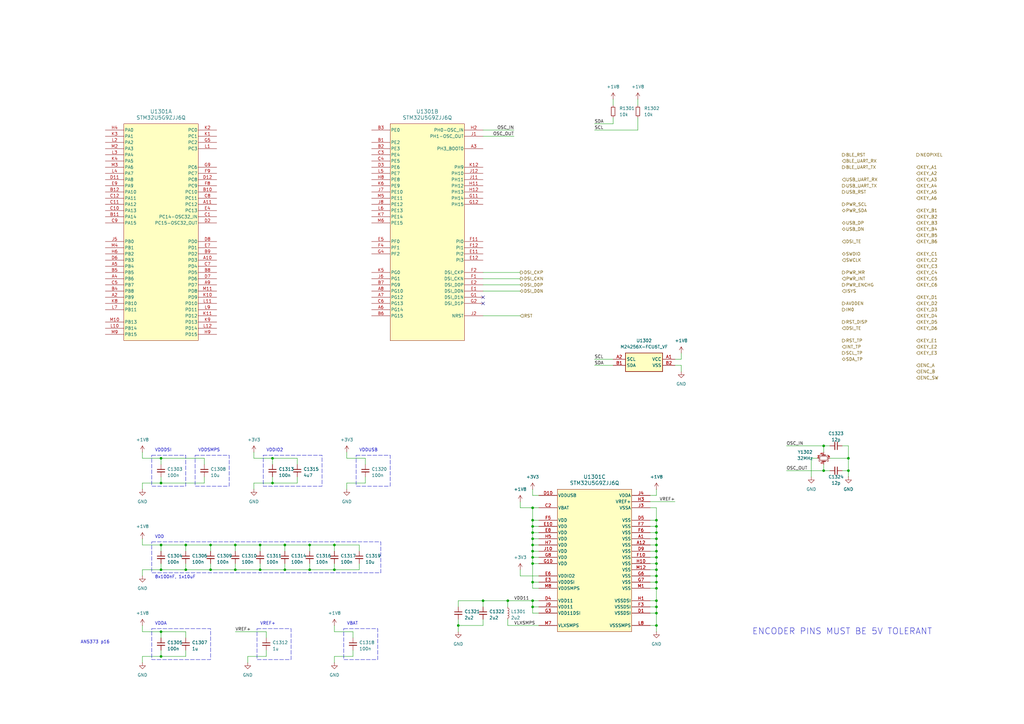
<source format=kicad_sch>
(kicad_sch (version 20231120) (generator "eeschema") (generator_version "8.0")
  (paper "A3")
  (lib_symbols
    (symbol "Device:C_Small" (pin_numbers hide) (pin_names (offset 0.254) hide)
      (property "Reference" "C" (at 0.254 1.778 0))
      (property "Value" "C_Small" (at 0.254 -2.032 0))
      (symbol "C_Small_0_1"
        (polyline (pts (xy -1.524 -0.508) (xy 1.524 -0.508)) (stroke (width 0.3302)))
        (polyline (pts (xy -1.524 0.508) (xy 1.524 0.508)) (stroke (width 0.3048)))
      )
      (symbol "C_Small_1_1"
        (pin passive line (at 0 2.54 270) (length 2.032) (name "~") (number "1"))
        (pin passive line (at 0 -2.54 90) (length 2.032) (name "~") (number "2"))
      )
    )
    (symbol "Device:Crystal_GND24_Small" (pin_names (offset 1.016) hide)
      (property "Reference" "Y" (at 1.27 4.445 0))
      (property "Value" "Crystal_GND24_Small" (at 1.27 2.54 0))
      (symbol "Crystal_GND24_Small_0_1"
        (rectangle (start -0.762 -1.524) (end 0.762 1.524))
        (polyline (pts (xy -1.27 -0.762) (xy -1.27 0.762)) (stroke (width 0.381)))
        (polyline (pts (xy 1.27 -0.762) (xy 1.27 0.762)) (stroke (width 0.381)))
        (polyline (pts (xy -1.27 -1.27) (xy -1.27 -1.905) (xy 1.27 -1.905) (xy 1.27 -1.27)))
        (polyline (pts (xy -1.27 1.27) (xy -1.27 1.905) (xy 1.27 1.905) (xy 1.27 1.27)))
      )
      (symbol "Crystal_GND24_Small_1_1"
        (pin passive line (at -2.54 0 0) (length 1.27) (name "1") (number "1"))
        (pin passive line (at 0 -2.54 90) (length 0.635) (name "2") (number "2"))
        (pin passive line (at 2.54 0 180) (length 1.27) (name "3") (number "3"))
        (pin passive line (at 0 2.54 270) (length 0.635) (name "4") (number "4"))
      )
    )
    (symbol "Device:L_Small" (pin_numbers hide) (pin_names (offset 0.254) hide)
      (property "Reference" "L" (at 0.762 1.016 0))
      (property "Value" "L_Small" (at 0.762 -1.016 0))
      (symbol "L_Small_0_1"
        (arc (start 0 -2.032) (mid 0.5058 -1.524) (end 0 -1.016))
        (arc (start 0 -1.016) (mid 0.5058 -0.508) (end 0 0))
        (arc (start 0 0) (mid 0.5058 0.508) (end 0 1.016))
        (arc (start 0 1.016) (mid 0.5058 1.524) (end 0 2.032))
      )
      (symbol "L_Small_1_1"
        (pin passive line (at 0 2.54 270) (length 0.508) (name "~") (number "1"))
        (pin passive line (at 0 -2.54 90) (length 0.508) (name "~") (number "2"))
      )
    )
    (symbol "Device:R_Small" (pin_numbers hide) (pin_names (offset 0.254) hide)
      (property "Reference" "R" (at 0.762 0.508 0))
      (property "Value" "R_Small" (at 0.762 -1.016 0))
      (symbol "R_Small_0_1"
        (rectangle (start -0.762 1.778) (end 0.762 -1.778) (stroke (width 0.2032)))
      )
      (symbol "R_Small_1_1"
        (pin passive line (at 0 2.54 270) (length 0.762) (name "~") (number "1"))
        (pin passive line (at 0 -2.54 90) (length 0.762) (name "~") (number "2"))
      )
    )
    (symbol "M24256X-FCU6T_VF:M24256X-FCU6T_VF"
      (property "Reference" "U" (at 0 7.62 0))
      (property "Value" "M24256X-FCU6T_VF" (at 0 5.08 0))
      (symbol "M24256X-FCU6T_VF_1_1"
        (rectangle (start -7.62 2.54) (end 7.62 -5.08) (stroke (width 0.254)) (fill (type background)))
        (pin passive line (at 12.7 0 180) (length 5.08) (name "VCC") (number "A1"))
        (pin passive line (at -12.7 0 0) (length 5.08) (name "SCL") (number "A2"))
        (pin passive line (at -12.7 -2.54 0) (length 5.08) (name "SDA") (number "B1"))
        (pin passive line (at 12.7 -2.54 180) (length 5.08) (name "VSS") (number "B2"))
      )
    )
    (symbol "STM32U5G9ZJJ6Q:STM32U5G9ZJJ6Q" (pin_names (offset 0.254))
      (property "Reference" "U" (at 0 5.08 0))
      (property "Value" "STM32U5G9ZJJ6Q" (at 0 2.54 0))
      (symbol "STM32U5G9ZJJ6Q_1_1"
        (rectangle (start -15.24 0) (end 15.24 -88.9) (fill (type background)))
        (pin bidirectional line (at 22.86 -55.88 180) (length 7.62) (name "PD3") (number "A10"))
        (pin bidirectional line (at 22.86 -33.02 180) (length 7.62) (name "PC12") (number "A11"))
        (pin bidirectional line (at -22.86 -71.12 0) (length 7.62) (name "PB9") (number "A2"))
        (pin bidirectional line (at -22.86 -63.5 0) (length 7.62) (name "PB6") (number "A4"))
        (pin bidirectional line (at -22.86 -58.42 0) (length 7.62) (name "PB4") (number "A5"))
        (pin bidirectional line (at 22.86 -66.04 180) (length 7.62) (name "PD7") (number "A9"))
        (pin bidirectional line (at 22.86 -27.94 180) (length 7.62) (name "PC10") (number "B10"))
        (pin bidirectional line (at -22.86 -38.1 0) (length 7.62) (name "PA14") (number "B11"))
        (pin bidirectional line (at -22.86 -27.94 0) (length 7.62) (name "PA10") (number "B12"))
        (pin bidirectional line (at -22.86 -68.58 0) (length 7.62) (name "PB8") (number "B4"))
        (pin bidirectional line (at -22.86 -60.96 0) (length 7.62) (name "PB5") (number "B5"))
        (pin bidirectional line (at 22.86 -60.96 180) (length 7.62) (name "PD5") (number "B8"))
        (pin bidirectional line (at 22.86 -53.34 180) (length 7.62) (name "PD2") (number "B9"))
        (pin bidirectional line (at 22.86 -38.1 180) (length 7.62) (name "PC14-OSC32_IN") (number "C1"))
        (pin bidirectional line (at -22.86 -35.56 0) (length 7.62) (name "PA13") (number "C10"))
        (pin bidirectional line (at -22.86 -33.02 0) (length 7.62) (name "PA12") (number "C11"))
        (pin bidirectional line (at -22.86 -30.48 0) (length 7.62) (name "PA11") (number "C12"))
        (pin bidirectional line (at -22.86 -66.04 0) (length 7.62) (name "PB7") (number "C5"))
        (pin bidirectional line (at 22.86 -58.42 180) (length 7.62) (name "PD4") (number "C7"))
        (pin bidirectional line (at 22.86 -30.48 180) (length 7.62) (name "PC11") (number "C8"))
        (pin bidirectional line (at -22.86 -40.64 0) (length 7.62) (name "PA15") (number "C9"))
        (pin bidirectional line (at -22.86 -22.86 0) (length 7.62) (name "PA8") (number "D11"))
        (pin bidirectional line (at 22.86 -22.86 180) (length 7.62) (name "PC8") (number "D12"))
        (pin output line (at 22.86 -40.64 180) (length 7.62) (name "PC15-OSC32_OUT") (number "D2"))
        (pin bidirectional line (at -22.86 -55.88 0) (length 7.62) (name "PB3") (number "D6"))
        (pin bidirectional line (at 22.86 -63.5 180) (length 7.62) (name "PD6") (number "D7"))
        (pin bidirectional line (at 22.86 -48.26 180) (length 7.62) (name "PD0") (number "D8"))
        (pin bidirectional line (at 22.86 -35.56 180) (length 7.62) (name "PC13") (number "E4"))
        (pin bidirectional line (at 22.86 -50.8 180) (length 7.62) (name "PD1") (number "E7"))
        (pin bidirectional line (at -22.86 -25.4 0) (length 7.62) (name "PA9") (number "E9"))
        (pin bidirectional line (at 22.86 -25.4 180) (length 7.62) (name "PC9") (number "F8"))
        (pin bidirectional line (at 22.86 -20.32 180) (length 7.62) (name "PC7") (number "F9"))
        (pin bidirectional line (at 22.86 -7.62 180) (length 7.62) (name "PC2") (number "G5"))
        (pin bidirectional line (at 22.86 -17.78 180) (length 7.62) (name "PC6") (number "G9"))
        (pin bidirectional line (at -22.86 -2.54 0) (length 7.62) (name "PA0") (number "H4"))
        (pin bidirectional line (at -22.86 -53.34 0) (length 7.62) (name "PB2") (number "H6"))
        (pin bidirectional line (at 22.86 -86.36 180) (length 7.62) (name "PD15") (number "H9"))
        (pin bidirectional line (at -22.86 -48.26 0) (length 7.62) (name "PB0") (number "J5"))
        (pin bidirectional line (at 22.86 -5.08 180) (length 7.62) (name "PC1") (number "K1"))
        (pin bidirectional line (at 22.86 -71.12 180) (length 7.62) (name "PD9") (number "K10"))
        (pin bidirectional line (at 22.86 -78.74 180) (length 7.62) (name "PD12") (number "K11"))
        (pin bidirectional line (at 22.86 -2.54 180) (length 7.62) (name "PC0") (number "K2"))
        (pin bidirectional line (at -22.86 -5.08 0) (length 7.62) (name "PA1") (number "K3"))
        (pin bidirectional line (at -22.86 -15.24 0) (length 7.62) (name "PA5") (number "K4"))
        (pin bidirectional line (at -22.86 -73.66 0) (length 7.62) (name "PB10") (number "K8"))
        (pin bidirectional line (at 22.86 -81.28 180) (length 7.62) (name "PD13") (number "K9"))
        (pin bidirectional line (at 22.86 -10.16 180) (length 7.62) (name "PC3") (number "L1"))
        (pin bidirectional line (at -22.86 -83.82 0) (length 7.62) (name "PB14") (number "L10"))
        (pin bidirectional line (at 22.86 -73.66 180) (length 7.62) (name "PD10") (number "L11"))
        (pin bidirectional line (at 22.86 -83.82 180) (length 7.62) (name "PD14") (number "L12"))
        (pin bidirectional line (at -22.86 -7.62 0) (length 7.62) (name "PA2") (number "L2"))
        (pin bidirectional line (at -22.86 -12.7 0) (length 7.62) (name "PA4") (number "L3"))
        (pin bidirectional line (at -22.86 -20.32 0) (length 7.62) (name "PA7") (number "L4"))
        (pin bidirectional line (at -22.86 -76.2 0) (length 7.62) (name "PB11") (number "L7"))
        (pin bidirectional line (at 22.86 -76.2 180) (length 7.62) (name "PD11") (number "L9"))
        (pin bidirectional line (at -22.86 -81.28 0) (length 7.62) (name "PB13") (number "M10"))
        (pin bidirectional line (at 22.86 -68.58 180) (length 7.62) (name "PD8") (number "M11"))
        (pin bidirectional line (at -22.86 -10.16 0) (length 7.62) (name "PA3") (number "M2"))
        (pin bidirectional line (at -22.86 -17.78 0) (length 7.62) (name "PA6") (number "M3"))
        (pin bidirectional line (at -22.86 -50.8 0) (length 7.62) (name "PB1") (number "M4"))
        (pin bidirectional line (at -22.86 -86.36 0) (length 7.62) (name "PB15") (number "M9"))
      )
      (symbol "STM32U5G9ZJJ6Q_2_1"
        (rectangle (start -15.24 0) (end 15.24 -88.9) (fill (type background)))
        (pin bidirectional line (at 22.86 -10.16 180) (length 7.62) (name "PH3_BOOT0") (number "A3"))
        (pin bidirectional line (at -22.86 -76.2 0) (length 7.62) (name "PG14") (number "A6"))
        (pin bidirectional line (at -22.86 -71.12 0) (length 7.62) (name "PG12") (number "A7"))
        (pin bidirectional line (at -22.86 -68.58 0) (length 7.62) (name "PG10") (number "A8"))
        (pin bidirectional line (at -22.86 -7.62 0) (length 7.62) (name "PE2") (number "B1"))
        (pin bidirectional line (at -22.86 -10.16 0) (length 7.62) (name "PE3") (number "B2"))
        (pin bidirectional line (at -22.86 -2.54 0) (length 7.62) (name "PE0") (number "B3"))
        (pin bidirectional line (at -22.86 -78.74 0) (length 7.62) (name "PG15") (number "B6"))
        (pin bidirectional line (at -22.86 -66.04 0) (length 7.62) (name "PG9") (number "B7"))
        (pin bidirectional line (at -22.86 -12.7 0) (length 7.62) (name "PE4") (number "C3"))
        (pin bidirectional line (at -22.86 -15.24 0) (length 7.62) (name "PE5") (number "C4"))
        (pin bidirectional line (at -22.86 -73.66 0) (length 7.62) (name "PG13") (number "C6"))
        (pin bidirectional line (at -22.86 -17.78 0) (length 7.62) (name "PE6") (number "D3"))
        (pin bidirectional line (at 22.86 -68.58 180) (length 7.62) (name "DSI_D0N") (number "E1"))
        (pin bidirectional line (at 22.86 -53.34 180) (length 7.62) (name "PI2") (number "E11"))
        (pin bidirectional line (at 22.86 -55.88 180) (length 7.62) (name "PI3") (number "E12"))
        (pin bidirectional line (at 22.86 -66.04 180) (length 7.62) (name "DSI_D0P") (number "E2"))
        (pin bidirectional line (at -22.86 -48.26 0) (length 7.62) (name "PF0") (number "E5"))
        (pin unspecified line (at 22.86 -63.5 180) (length 7.62) (name "DSI_CKN") (number "F1"))
        (pin bidirectional line (at 22.86 -48.26 180) (length 7.62) (name "PI0") (number "F11"))
        (pin bidirectional line (at 22.86 -50.8 180) (length 7.62) (name "PI1") (number "F12"))
        (pin unspecified line (at 22.86 -60.96 180) (length 7.62) (name "DSI_CKP") (number "F2"))
        (pin bidirectional line (at -22.86 -50.8 0) (length 7.62) (name "PF1") (number "F4"))
        (pin bidirectional line (at 22.86 -71.12 180) (length 7.62) (name "DSI_D1N") (number "G1"))
        (pin bidirectional line (at 22.86 -30.48 180) (length 7.62) (name "PH14") (number "G11"))
        (pin bidirectional line (at 22.86 -33.02 180) (length 7.62) (name "PH15") (number "G12"))
        (pin bidirectional line (at 22.86 -73.66 180) (length 7.62) (name "DSI_D1P") (number "G2"))
        (pin bidirectional line (at -22.86 -53.34 0) (length 7.62) (name "PF2") (number "G4"))
        (pin bidirectional line (at 22.86 -25.4 180) (length 7.62) (name "PH12") (number "H11"))
        (pin bidirectional line (at 22.86 -27.94 180) (length 7.62) (name "PH13") (number "H12"))
        (pin bidirectional line (at 22.86 -2.54 180) (length 7.62) (name "PH0-OSC_IN") (number "H2"))
        (pin bidirectional line (at -22.86 -22.86 0) (length 7.62) (name "PE8") (number "H8"))
        (pin output line (at 22.86 -5.08 180) (length 7.62) (name "PH1-OSC_OUT") (number "J1"))
        (pin bidirectional line (at 22.86 -22.86 180) (length 7.62) (name "PH11") (number "J11"))
        (pin bidirectional line (at 22.86 -20.32 180) (length 7.62) (name "PH10") (number "J12"))
        (pin unspecified line (at 22.86 -78.74 180) (length 7.62) (name "NRST") (number "J2"))
        (pin bidirectional line (at -22.86 -63.5 0) (length 7.62) (name "PG1") (number "J6"))
        (pin bidirectional line (at -22.86 -27.94 0) (length 7.62) (name "PE10") (number "J7"))
        (pin bidirectional line (at -22.86 -33.02 0) (length 7.62) (name "PE12") (number "J8"))
        (pin bidirectional line (at 22.86 -17.78 180) (length 7.62) (name "PH9") (number "K12"))
        (pin bidirectional line (at -22.86 -60.96 0) (length 7.62) (name "PG0") (number "K5"))
        (pin bidirectional line (at -22.86 -25.4 0) (length 7.62) (name "PE9") (number "K6"))
        (pin bidirectional line (at -22.86 -38.1 0) (length 7.62) (name "PE14") (number "K7"))
        (pin bidirectional line (at -22.86 -20.32 0) (length 7.62) (name "PE7") (number "L5"))
        (pin bidirectional line (at -22.86 -35.56 0) (length 7.62) (name "PE13") (number "L6"))
        (pin bidirectional line (at -22.86 -30.48 0) (length 7.62) (name "PE11") (number "M5"))
        (pin bidirectional line (at -22.86 -40.64 0) (length 7.62) (name "PE15") (number "M6"))
      )
      (symbol "STM32U5G9ZJJ6Q_3_1"
        (rectangle (start -15.24 0) (end 15.24 -58.42) (fill (type background)))
        (pin power_out line (at 22.86 -20.32 180) (length 7.62) (name "VSS") (number "A1"))
        (pin power_out line (at 22.86 -22.86 180) (length 7.62) (name "VSS") (number "A12"))
        (pin power_in line (at -22.86 -7.62 0) (length 7.62) (name "VBAT") (number "C2"))
        (pin power_out line (at 22.86 -50.8 180) (length 7.62) (name "VSSDSI") (number "D1"))
        (pin power_in line (at -22.86 -2.54 0) (length 7.62) (name "VDDUSB") (number "D10"))
        (pin power_in line (at -22.86 -45.72 0) (length 7.62) (name "VDD11") (number "D4"))
        (pin power_out line (at 22.86 -12.7 180) (length 7.62) (name "VSS") (number "D5"))
        (pin power_out line (at 22.86 -25.4 180) (length 7.62) (name "VSS") (number "D9"))
        (pin power_in line (at -22.86 -15.24 0) (length 7.62) (name "VDD") (number "E10"))
        (pin power_in line (at -22.86 -38.1 0) (length 7.62) (name "VDDDSI") (number "E3"))
        (pin power_in line (at -22.86 -35.56 0) (length 7.62) (name "VDDIO2") (number "E6"))
        (pin power_in line (at -22.86 -17.78 0) (length 7.62) (name "VDD") (number "E8"))
        (pin power_out line (at 22.86 -27.94 180) (length 7.62) (name "VSS") (number "F10"))
        (pin power_out line (at 22.86 -48.26 180) (length 7.62) (name "VSSDSI") (number "F3"))
        (pin power_in line (at -22.86 -12.7 0) (length 7.62) (name "VDD") (number "F5"))
        (pin power_out line (at 22.86 -17.78 180) (length 7.62) (name "VSS") (number "F6"))
        (pin power_out line (at 22.86 -15.24 180) (length 7.62) (name "VSS") (number "F7"))
        (pin power_in line (at -22.86 -30.48 0) (length 7.62) (name "VDD") (number "G10"))
        (pin power_in line (at -22.86 -50.8 0) (length 7.62) (name "VDD11DSI") (number "G3"))
        (pin power_out line (at 22.86 -35.56 180) (length 7.62) (name "VSS") (number "G6"))
        (pin power_out line (at 22.86 -38.1 180) (length 7.62) (name "VSS") (number "G7"))
        (pin power_in line (at -22.86 -27.94 0) (length 7.62) (name "VDD") (number "G8"))
        (pin power_out line (at 22.86 -45.72 180) (length 7.62) (name "VSSDSI") (number "H1"))
        (pin power_out line (at 22.86 -30.48 180) (length 7.62) (name "VSS") (number "H10"))
        (pin power_in line (at 22.86 -5.08 180) (length 7.62) (name "VREF+") (number "H3"))
        (pin power_in line (at -22.86 -20.32 0) (length 7.62) (name "VDD") (number "H5"))
        (pin power_in line (at -22.86 -22.86 0) (length 7.62) (name "VDD") (number "H7"))
        (pin power_in line (at -22.86 -25.4 0) (length 7.62) (name "VDD") (number "J10"))
        (pin power_out line (at 22.86 -7.62 180) (length 7.62) (name "VSSA") (number "J3"))
        (pin power_in line (at 22.86 -2.54 180) (length 7.62) (name "VDDA") (number "J4"))
        (pin power_in line (at -22.86 -48.26 0) (length 7.62) (name "VDD11") (number "J9"))
        (pin power_out line (at 22.86 -55.88 180) (length 7.62) (name "VSSSMPS") (number "L8"))
        (pin power_out line (at 22.86 -40.64 180) (length 7.62) (name "VSS") (number "M1"))
        (pin power_out line (at 22.86 -33.02 180) (length 7.62) (name "VSS") (number "M12"))
        (pin unspecified line (at -22.86 -55.88 0) (length 7.62) (name "VLXSMPS") (number "M7"))
        (pin power_in line (at -22.86 -40.64 0) (length 7.62) (name "VDDSMPS") (number "M8"))
      )
    )
    (symbol "power:+1V8" (power) (pin_numbers hide) (pin_names (offset 0) hide)
      (property "Value" "+1V8" (at 0 3.556 0))
      (symbol "+1V8_0_1"
        (polyline (pts (xy -0.762 1.27) (xy 0 2.54)))
        (polyline (pts (xy 0 0) (xy 0 2.54)))
        (polyline (pts (xy 0 2.54) (xy 0.762 1.27)))
      )
      (symbol "+1V8_1_1"
        (pin power_in line (at 0 0 90) (length 0) (name "~") (number "1"))
      )
    )
    (symbol "power:+3V3" (power) (pin_numbers hide) (pin_names (offset 0) hide)
      (property "Value" "+3V3" (at 0 3.556 0))
      (symbol "+3V3_0_1"
        (polyline (pts (xy -0.762 1.27) (xy 0 2.54)))
        (polyline (pts (xy 0 0) (xy 0 2.54)))
        (polyline (pts (xy 0 2.54) (xy 0.762 1.27)))
      )
      (symbol "+3V3_1_1"
        (pin power_in line (at 0 0 90) (length 0) (name "~") (number "1"))
      )
    )
    (symbol "power:GND" (power) (pin_numbers hide) (pin_names (offset 0) hide)
      (property "Value" "GND" (at 0 -3.81 0))
      (symbol "GND_0_1"
        (polyline (pts (xy 0 0) (xy 0 -1.27) (xy 1.27 -1.27) (xy 0 -2.54) (xy -1.27 -1.27) (xy 0 -1.27)))
      )
      (symbol "GND_1_1"
        (pin power_in line (at 0 0 270) (length 0) (name "~") (number "1"))
      )
    )
  )
  (junction (at 96.52 233.68))
  (junction (at 76.2 223.52))
  (junction (at 269.24 218.44))
  (junction (at 347.98 193.04))
  (junction (at 127 233.68))
  (junction (at 347.98 187.96))
  (junction (at 66.04 269.24))
  (junction (at 116.84 233.68))
  (junction (at 127 223.52))
  (junction (at 218.44 223.52))
  (junction (at 269.24 226.06))
  (junction (at 269.24 213.36))
  (junction (at 116.84 223.52))
  (junction (at 269.24 238.76))
  (junction (at 86.36 233.68))
  (junction (at 111.76 187.96))
  (junction (at 269.24 246.38))
  (junction (at 218.44 228.6))
  (junction (at 66.04 233.68))
  (junction (at 269.24 236.22))
  (junction (at 269.24 233.68))
  (junction (at 269.24 215.9))
  (junction (at 66.04 259.08))
  (junction (at 106.68 223.52))
  (junction (at 218.44 238.76))
  (junction (at 218.44 208.28))
  (junction (at 187.96 256.54))
  (junction (at 198.12 246.38))
  (junction (at 269.24 251.46))
  (junction (at 208.28 246.38))
  (junction (at 66.04 223.52))
  (junction (at 86.36 223.52))
  (junction (at 218.44 248.92))
  (junction (at 66.04 198.12))
  (junction (at 269.24 228.6))
  (junction (at 111.76 198.12))
  (junction (at 218.44 220.98))
  (junction (at 66.04 187.96))
  (junction (at 269.24 220.98))
  (junction (at 218.44 226.06))
  (junction (at 218.44 218.44))
  (junction (at 137.16 223.52))
  (junction (at 106.68 233.68))
  (junction (at 76.2 233.68))
  (junction (at 218.44 215.9))
  (junction (at 337.82 193.04))
  (junction (at 218.44 213.36))
  (junction (at 269.24 241.3))
  (junction (at 337.82 182.88))
  (junction (at 269.24 231.14))
  (junction (at 269.24 223.52))
  (junction (at 269.24 256.54))
  (junction (at 137.16 233.68))
  (junction (at 218.44 246.38))
  (junction (at 218.44 231.14))
  (junction (at 269.24 248.92))
  (junction (at 96.52 223.52))
  (no_connect (at 198.12 121.92))
  (no_connect (at 198.12 124.46))
  (wire (pts (xy 218.44 246.38) (xy 218.44 248.92)))
  (wire (pts (xy 66.04 198.12) (xy 66.04 195.58)))
  (wire (pts (xy 218.44 231.14) (xy 220.98 231.14)))
  (wire (pts (xy 220.98 241.3) (xy 218.44 241.3)))
  (wire (pts (xy 147.32 233.68) (xy 147.32 231.14)))
  (wire (pts (xy 76.2 233.68) (xy 76.2 231.14)))
  (wire (pts (xy 58.42 233.68) (xy 66.04 233.68)))
  (wire (pts (xy 218.44 248.92) (xy 218.44 251.46)))
  (wire (pts (xy 106.68 223.52) (xy 116.84 223.52)))
  (wire (pts (xy 66.04 187.96) (xy 66.04 190.5)))
  (wire (pts (xy 269.24 259.08) (xy 269.24 256.54)))
  (wire (pts (xy 144.78 261.62) (xy 144.78 259.08)))
  (wire (pts (xy 187.96 248.92) (xy 187.96 246.38)))
  (wire (pts (xy 137.16 259.08) (xy 144.78 259.08)))
  (wire (pts (xy 218.44 208.28) (xy 218.44 213.36)))
  (wire (pts (xy 116.84 233.68) (xy 116.84 231.14)))
  (wire (pts (xy 137.16 233.68) (xy 137.16 231.14)))
  (wire (pts (xy 261.62 53.34) (xy 261.62 48.26)))
  (wire (pts (xy 213.36 233.68) (xy 213.36 236.22)))
  (wire (pts (xy 218.44 226.06) (xy 220.98 226.06)))
  (wire (pts (xy 269.24 238.76) (xy 266.7 238.76)))
  (wire (pts (xy 83.82 195.58) (xy 83.82 198.12)))
  (wire (pts (xy 137.16 223.52) (xy 137.16 226.06)))
  (wire (pts (xy 213.36 114.3) (xy 198.12 114.3)))
  (wire (pts (xy 269.24 213.36) (xy 266.7 213.36)))
  (wire (pts (xy 337.82 182.88) (xy 340.36 182.88)))
  (wire (pts (xy 66.04 223.52) (xy 66.04 226.06)))
  (wire (pts (xy 269.24 223.52) (xy 266.7 223.52)))
  (wire (pts (xy 322.58 182.88) (xy 337.82 182.88)))
  (wire (pts (xy 76.2 266.7) (xy 76.2 269.24)))
  (wire (pts (xy 144.78 266.7) (xy 144.78 269.24)))
  (wire (pts (xy 208.28 246.38) (xy 218.44 246.38)))
  (wire (pts (xy 101.6 271.78) (xy 101.6 269.24)))
  (wire (pts (xy 213.36 236.22) (xy 220.98 236.22)))
  (wire (pts (xy 104.14 185.42) (xy 104.14 187.96)))
  (wire (pts (xy 218.44 215.9) (xy 220.98 215.9)))
  (wire (pts (xy 269.24 218.44) (xy 266.7 218.44)))
  (wire (pts (xy 337.82 185.42) (xy 337.82 182.88)))
  (wire (pts (xy 106.68 223.52) (xy 106.68 226.06)))
  (wire (pts (xy 66.04 259.08) (xy 66.04 261.62)))
  (wire (pts (xy 137.16 269.24) (xy 144.78 269.24)))
  (wire (pts (xy 187.96 256.54) (xy 187.96 259.08)))
  (wire (pts (xy 86.36 233.68) (xy 86.36 231.14)))
  (wire (pts (xy 127 223.52) (xy 137.16 223.52)))
  (wire (pts (xy 269.24 236.22) (xy 266.7 236.22)))
  (wire (pts (xy 269.24 213.36) (xy 269.24 215.9)))
  (wire (pts (xy 269.24 226.06) (xy 269.24 228.6)))
  (wire (pts (xy 218.44 213.36) (xy 218.44 215.9)))
  (wire (pts (xy 104.14 187.96) (xy 111.76 187.96)))
  (wire (pts (xy 58.42 223.52) (xy 66.04 223.52)))
  (wire (pts (xy 218.44 251.46) (xy 220.98 251.46)))
  (wire (pts (xy 149.86 190.5) (xy 149.86 187.96)))
  (wire (pts (xy 142.24 200.66) (xy 142.24 198.12)))
  (wire (pts (xy 279.4 144.78) (xy 279.4 147.32)))
  (wire (pts (xy 269.24 200.66) (xy 269.24 203.2)))
  (wire (pts (xy 106.68 233.68) (xy 106.68 231.14)))
  (wire (pts (xy 269.24 248.92) (xy 266.7 248.92)))
  (wire (pts (xy 111.76 187.96) (xy 111.76 190.5)))
  (wire (pts (xy 251.46 40.64) (xy 251.46 43.18)))
  (wire (pts (xy 218.44 228.6) (xy 220.98 228.6)))
  (wire (pts (xy 66.04 223.52) (xy 76.2 223.52)))
  (wire (pts (xy 58.42 269.24) (xy 66.04 269.24)))
  (wire (pts (xy 104.14 200.66) (xy 104.14 198.12)))
  (wire (pts (xy 269.24 236.22) (xy 269.24 238.76)))
  (wire (pts (xy 269.24 231.14) (xy 269.24 233.68)))
  (wire (pts (xy 213.36 205.74) (xy 213.36 208.28)))
  (wire (pts (xy 269.24 223.52) (xy 269.24 226.06)))
  (wire (pts (xy 147.32 223.52) (xy 147.32 226.06)))
  (wire (pts (xy 243.84 50.8) (xy 251.46 50.8)))
  (wire (pts (xy 101.6 269.24) (xy 109.22 269.24)))
  (wire (pts (xy 187.96 254) (xy 187.96 256.54)))
  (wire (pts (xy 269.24 246.38) (xy 266.7 246.38)))
  (wire (pts (xy 96.52 223.52) (xy 96.52 226.06)))
  (wire (pts (xy 106.68 233.68) (xy 116.84 233.68)))
  (wire (pts (xy 213.36 111.76) (xy 198.12 111.76)))
  (wire (pts (xy 86.36 223.52) (xy 86.36 226.06)))
  (wire (pts (xy 96.52 233.68) (xy 106.68 233.68)))
  (wire (pts (xy 66.04 269.24) (xy 76.2 269.24)))
  (wire (pts (xy 337.82 190.5) (xy 337.82 193.04)))
  (wire (pts (xy 218.44 228.6) (xy 218.44 231.14)))
  (wire (pts (xy 218.44 215.9) (xy 218.44 218.44)))
  (wire (pts (xy 269.24 256.54) (xy 266.7 256.54)))
  (wire (pts (xy 121.92 195.58) (xy 121.92 198.12)))
  (wire (pts (xy 218.44 223.52) (xy 220.98 223.52)))
  (wire (pts (xy 58.42 259.08) (xy 66.04 259.08)))
  (wire (pts (xy 269.24 241.3) (xy 266.7 241.3)))
  (wire (pts (xy 127 223.52) (xy 127 226.06)))
  (wire (pts (xy 96.52 233.68) (xy 96.52 231.14)))
  (wire (pts (xy 269.24 228.6) (xy 269.24 231.14)))
  (wire (pts (xy 187.96 246.38) (xy 198.12 246.38)))
  (wire (pts (xy 269.24 241.3) (xy 269.24 246.38)))
  (wire (pts (xy 66.04 269.24) (xy 66.04 266.7)))
  (wire (pts (xy 208.28 248.92) (xy 208.28 246.38)))
  (wire (pts (xy 76.2 223.52) (xy 76.2 226.06)))
  (wire (pts (xy 86.36 223.52) (xy 96.52 223.52)))
  (wire (pts (xy 269.24 215.9) (xy 269.24 218.44)))
  (wire (pts (xy 269.24 233.68) (xy 269.24 236.22)))
  (wire (pts (xy 198.12 55.88) (xy 210.82 55.88)))
  (wire (pts (xy 218.44 226.06) (xy 218.44 228.6)))
  (wire (pts (xy 58.42 271.78) (xy 58.42 269.24)))
  (wire (pts (xy 332.74 187.96) (xy 335.28 187.96)))
  (wire (pts (xy 86.36 233.68) (xy 96.52 233.68)))
  (wire (pts (xy 347.98 182.88) (xy 345.44 182.88)))
  (wire (pts (xy 198.12 246.38) (xy 198.12 248.92)))
  (wire (pts (xy 142.24 185.42) (xy 142.24 187.96)))
  (wire (pts (xy 269.24 226.06) (xy 266.7 226.06)))
  (wire (pts (xy 347.98 182.88) (xy 347.98 187.96)))
  (wire (pts (xy 347.98 187.96) (xy 347.98 193.04)))
  (wire (pts (xy 243.84 53.34) (xy 261.62 53.34)))
  (wire (pts (xy 83.82 190.5) (xy 83.82 187.96)))
  (wire (pts (xy 218.44 248.92) (xy 220.98 248.92)))
  (wire (pts (xy 218.44 218.44) (xy 220.98 218.44)))
  (wire (pts (xy 218.44 213.36) (xy 220.98 213.36)))
  (wire (pts (xy 269.24 218.44) (xy 269.24 220.98)))
  (wire (pts (xy 142.24 187.96) (xy 149.86 187.96)))
  (wire (pts (xy 111.76 195.58) (xy 111.76 198.12)))
  (wire (pts (xy 58.42 200.66) (xy 58.42 198.12)))
  (wire (pts (xy 269.24 215.9) (xy 266.7 215.9)))
  (wire (pts (xy 198.12 53.34) (xy 210.82 53.34)))
  (wire (pts (xy 218.44 231.14) (xy 218.44 238.76)))
  (wire (pts (xy 58.42 223.52) (xy 58.42 220.98)))
  (wire (pts (xy 269.24 231.14) (xy 266.7 231.14)))
  (wire (pts (xy 58.42 198.12) (xy 66.04 198.12)))
  (wire (pts (xy 269.24 208.28) (xy 269.24 213.36)))
  (wire (pts (xy 218.44 220.98) (xy 220.98 220.98)))
  (wire (pts (xy 127 233.68) (xy 137.16 233.68)))
  (wire (pts (xy 198.12 246.38) (xy 208.28 246.38)))
  (wire (pts (xy 218.44 208.28) (xy 220.98 208.28)))
  (wire (pts (xy 251.46 50.8) (xy 251.46 48.26)))
  (wire (pts (xy 58.42 187.96) (xy 66.04 187.96)))
  (wire (pts (xy 208.28 254) (xy 208.28 256.54)))
  (wire (pts (xy 243.84 147.32) (xy 251.46 147.32)))
  (wire (pts (xy 76.2 233.68) (xy 86.36 233.68)))
  (wire (pts (xy 137.16 233.68) (xy 147.32 233.68)))
  (wire (pts (xy 340.36 193.04) (xy 337.82 193.04)))
  (wire (pts (xy 261.62 40.64) (xy 261.62 43.18)))
  (wire (pts (xy 279.4 149.86) (xy 279.4 152.4)))
  (wire (pts (xy 213.36 116.84) (xy 198.12 116.84)))
  (wire (pts (xy 198.12 254) (xy 198.12 256.54)))
  (wire (pts (xy 96.52 223.52) (xy 106.68 223.52)))
  (wire (pts (xy 220.98 246.38) (xy 218.44 246.38)))
  (wire (pts (xy 269.24 220.98) (xy 269.24 223.52)))
  (wire (pts (xy 269.24 251.46) (xy 269.24 256.54)))
  (wire (pts (xy 58.42 185.42) (xy 58.42 187.96)))
  (wire (pts (xy 142.24 198.12) (xy 149.86 198.12)))
  (wire (pts (xy 137.16 223.52) (xy 147.32 223.52)))
  (wire (pts (xy 96.52 259.08) (xy 109.22 259.08)))
  (wire (pts (xy 104.14 198.12) (xy 111.76 198.12)))
  (wire (pts (xy 269.24 203.2) (xy 266.7 203.2)))
  (wire (pts (xy 340.36 187.96) (xy 347.98 187.96)))
  (wire (pts (xy 276.86 147.32) (xy 279.4 147.32)))
  (wire (pts (xy 276.86 205.74) (xy 266.7 205.74)))
  (wire (pts (xy 347.98 193.04) (xy 347.98 195.58)))
  (wire (pts (xy 218.44 223.52) (xy 218.44 226.06)))
  (wire (pts (xy 322.58 193.04) (xy 337.82 193.04)))
  (wire (pts (xy 116.84 223.52) (xy 116.84 226.06)))
  (wire (pts (xy 149.86 195.58) (xy 149.86 198.12)))
  (wire (pts (xy 345.44 193.04) (xy 347.98 193.04)))
  (wire (pts (xy 83.82 198.12) (xy 66.04 198.12)))
  (wire (pts (xy 269.24 228.6) (xy 266.7 228.6)))
  (wire (pts (xy 243.84 149.86) (xy 251.46 149.86)))
  (wire (pts (xy 109.22 261.62) (xy 109.22 259.08)))
  (wire (pts (xy 269.24 248.92) (xy 269.24 251.46)))
  (wire (pts (xy 218.44 200.66) (xy 218.44 203.2)))
  (wire (pts (xy 137.16 271.78) (xy 137.16 269.24)))
  (wire (pts (xy 121.92 187.96) (xy 121.92 190.5)))
  (wire (pts (xy 66.04 259.08) (xy 76.2 259.08)))
  (wire (pts (xy 218.44 220.98) (xy 218.44 223.52)))
  (wire (pts (xy 276.86 149.86) (xy 279.4 149.86)))
  (wire (pts (xy 269.24 238.76) (xy 269.24 241.3)))
  (wire (pts (xy 127 233.68) (xy 127 231.14)))
  (wire (pts (xy 116.84 233.68) (xy 127 233.68)))
  (wire (pts (xy 116.84 223.52) (xy 127 223.52)))
  (wire (pts (xy 66.04 233.68) (xy 76.2 233.68)))
  (wire (pts (xy 213.36 119.38) (xy 198.12 119.38)))
  (wire (pts (xy 58.42 256.54) (xy 58.42 259.08)))
  (wire (pts (xy 76.2 223.52) (xy 86.36 223.52)))
  (wire (pts (xy 269.24 220.98) (xy 266.7 220.98)))
  (wire (pts (xy 66.04 187.96) (xy 83.82 187.96)))
  (wire (pts (xy 213.36 208.28) (xy 218.44 208.28)))
  (wire (pts (xy 218.44 238.76) (xy 218.44 241.3)))
  (wire (pts (xy 269.24 246.38) (xy 269.24 248.92)))
  (wire (pts (xy 218.44 203.2) (xy 220.98 203.2)))
  (wire (pts (xy 109.22 266.7) (xy 109.22 269.24)))
  (wire (pts (xy 121.92 198.12) (xy 111.76 198.12)))
  (wire (pts (xy 198.12 129.54) (xy 213.36 129.54)))
  (wire (pts (xy 332.74 187.96) (xy 332.74 195.58)))
  (wire (pts (xy 76.2 259.08) (xy 76.2 261.62)))
  (wire (pts (xy 269.24 208.28) (xy 266.7 208.28)))
  (wire (pts (xy 58.42 236.22) (xy 58.42 233.68)))
  (wire (pts (xy 66.04 233.68) (xy 66.04 231.14)))
  (wire (pts (xy 269.24 233.68) (xy 266.7 233.68)))
  (wire (pts (xy 218.44 238.76) (xy 220.98 238.76)))
  (wire (pts (xy 269.24 251.46) (xy 266.7 251.46)))
  (wire (pts (xy 111.76 187.96) (xy 121.92 187.96)))
  (wire (pts (xy 137.16 256.54) (xy 137.16 259.08)))
  (wire (pts (xy 198.12 256.54) (xy 187.96 256.54)))
  (wire (pts (xy 218.44 218.44) (xy 218.44 220.98)))
  (wire (pts (xy 208.28 256.54) (xy 220.98 256.54)))
  (rectangle (start 62.23 257.81) (end 86.36 270.51) (stroke (width 0) (type dash)))
  (rectangle (start 62.23 222.25) (end 156.21 234.95) (stroke (width 0) (type dash)))
  (rectangle (start 80.01 186.69) (end 93.98 199.39) (stroke (width 0) (type dash)))
  (rectangle (start 107.95 186.69) (end 132.08 199.39) (stroke (width 0) (type dash)))
  (rectangle (start 105.41 257.81) (end 119.38 270.51) (stroke (width 0) (type dash)))
  (rectangle (start 146.05 186.69) (end 160.02 199.39) (stroke (width 0) (type dash)))
  (rectangle (start 140.97 257.81) (end 154.94 270.51) (stroke (width 0) (type dash)))
  (rectangle (start 62.23 186.69) (end 76.2 199.39) (stroke (width 0) (type dash)))
  (text "VDDDSI" (at 63.5 185.42 0) (effects (font (size 1.27 1.27)) (justify left bottom)))
  (text "ENCODER PINS MUST BE 5V TOLERANT" (at 345.44 259.08 0) (effects (font (size 2.54 2.54))))
  (text "8x100nF, 1x10uF" (at 63.5 237.49 0) (effects (font (size 1.27 1.27)) (justify left bottom)))
  (text "VREF+" (at 106.68 256.54 0) (effects (font (size 1.27 1.27)) (justify left bottom)))
  (text "VDDUSB" (at 147.32 185.42 0) (effects (font (size 1.27 1.27)) (justify left bottom)))
  (text "VBAT" (at 142.24 256.54 0) (effects (font (size 1.27 1.27)) (justify left bottom)))
  (text "VDDA" (at 63.5 256.54 0) (effects (font (size 1.27 1.27)) (justify left bottom)))
  (text "VDD" (at 63.5 220.98 0) (effects (font (size 1.27 1.27)) (justify left bottom)))
  (text "AN5373 p16" (at 33.02 264.16 0) (effects (font (size 1.27 1.27)) (justify left bottom)))
  (text "VDDIO2" (at 109.22 185.42 0) (effects (font (size 1.27 1.27)) (justify left bottom)))
  (text "VDDSMPS" (at 81.28 185.42 0) (effects (font (size 1.27 1.27)) (justify left bottom)))
  (label "SDA" (at 243.84 149.86 0))
  (label "OSC_IN" (at 210.82 53.34 180))
  (label "OSC_OUT" (at 210.82 55.88 180))
  (label "SDA" (at 243.84 50.8 0))
  (label "VREF+" (at 96.52 259.08 0))
  (label "OSC_OUT" (at 322.58 193.04 0))
  (label "SCL" (at 243.84 147.32 0))
  (label "OSC_IN" (at 322.58 182.88 0))
  (label "VLXSMPS" (at 210.82 256.54 0))
  (label "VDD11" (at 210.82 246.38 0))
  (label "VREF+" (at 276.86 205.74 180))
  (label "SCL" (at 243.84 53.34 0))
  (hierarchical_label "KEY_E3" (shape input) (at 375.92 144.78 0))
  (hierarchical_label "KEY_B2" (shape input) (at 375.92 88.9 0))
  (hierarchical_label "PWR_SDA" (shape bidirectional) (at 345.44 86.36 0))
  (hierarchical_label "DSI_D0N" (shape bidirectional) (at 213.36 119.38 0))
  (hierarchical_label "ENC_A" (shape input) (at 375.92 149.86 0))
  (hierarchical_label "SWCLK" (shape input) (at 345.44 106.68 0))
  (hierarchical_label "KEY_D2" (shape input) (at 375.92 124.46 0))
  (hierarchical_label "DSI_D0P" (shape bidirectional) (at 213.36 116.84 0))
  (hierarchical_label "KEY_A4" (shape input) (at 375.92 76.2 0))
  (hierarchical_label "KEY_D6" (shape input) (at 375.92 134.62 0))
  (hierarchical_label "KEY_B1" (shape input) (at 375.92 86.36 0))
  (hierarchical_label "BLE_UART_TX" (shape output) (at 345.44 68.58 0))
  (hierarchical_label "BLE_UART_RX" (shape input) (at 345.44 66.04 0))
  (hierarchical_label "KEY_D4" (shape input) (at 375.92 129.54 0))
  (hierarchical_label "KEY_E2" (shape input) (at 375.92 142.24 0))
  (hierarchical_label "USB_DP" (shape bidirectional) (at 345.44 91.44 0))
  (hierarchical_label "KEY_A6" (shape input) (at 375.92 81.28 0))
  (hierarchical_label "KEY_D3" (shape input) (at 375.92 127 0))
  (hierarchical_label "ENC_B" (shape input) (at 375.92 152.4 0))
  (hierarchical_label "KEY_B5" (shape input) (at 375.92 96.52 0))
  (hierarchical_label "KEY_C1" (shape input) (at 375.92 104.14 0))
  (hierarchical_label "RST_TP" (shape output) (at 345.44 139.7 0))
  (hierarchical_label "USB_RST" (shape output) (at 345.44 78.74 0))
  (hierarchical_label "KEY_B4" (shape input) (at 375.92 93.98 0))
  (hierarchical_label "KEY_A2" (shape input) (at 375.92 71.12 0))
  (hierarchical_label "SWDIO" (shape bidirectional) (at 345.44 104.14 0))
  (hierarchical_label "DSI_TE" (shape input) (at 345.44 99.06 0))
  (hierarchical_label "DSI_CKP" (shape output) (at 213.36 111.76 0))
  (hierarchical_label "INT_TP" (shape input) (at 345.44 142.24 0))
  (hierarchical_label "PWR_SCL" (shape output) (at 345.44 83.82 0))
  (hierarchical_label "PWR_MR" (shape output) (at 345.44 111.76 0))
  (hierarchical_label "KEY_C6" (shape input) (at 375.92 116.84 0))
  (hierarchical_label "KEY_C2" (shape input) (at 375.92 106.68 0))
  (hierarchical_label "PWR_INT" (shape input) (at 345.44 114.3 0))
  (hierarchical_label "ENC_SW" (shape input) (at 375.92 154.94 0))
  (hierarchical_label "KEY_B6" (shape input) (at 375.92 99.06 0))
  (hierarchical_label "KEY_A5" (shape input) (at 375.92 78.74 0))
  (hierarchical_label "KEY_A3" (shape input) (at 375.92 73.66 0))
  (hierarchical_label "KEY_E1" (shape input) (at 375.92 139.7 0))
  (hierarchical_label "SDA_TP" (shape bidirectional) (at 345.44 147.32 0))
  (hierarchical_label "KEY_A1" (shape input) (at 375.92 68.58 0))
  (hierarchical_label "PWR_ENCHG" (shape output) (at 345.44 116.84 0))
  (hierarchical_label "RST_DISP" (shape output) (at 345.44 132.08 0))
  (hierarchical_label "NEOPIXEL" (shape output) (at 375.92 63.5 0))
  (hierarchical_label "KEY_C3" (shape input) (at 375.92 109.22 0))
  (hierarchical_label "USB_DN" (shape bidirectional) (at 345.44 93.98 0))
  (hierarchical_label "IM0" (shape output) (at 345.44 127 0))
  (hierarchical_label "ISYS" (shape input) (at 345.44 119.38 0))
  (hierarchical_label "RST" (shape input) (at 213.36 129.54 0))
  (hierarchical_label "USB_UART_TX" (shape output) (at 345.44 76.2 0))
  (hierarchical_label "USB_UART_RX" (shape input) (at 345.44 73.66 0))
  (hierarchical_label "SCL_TP" (shape output) (at 345.44 144.78 0))
  (hierarchical_label "KEY_D1" (shape input) (at 375.92 121.92 0))
  (hierarchical_label "KEY_C5" (shape input) (at 375.92 114.3 0))
  (hierarchical_label "KEY_C4" (shape input) (at 375.92 111.76 0))
  (hierarchical_label "AVDDEN" (shape output) (at 345.44 124.46 0))
  (hierarchical_label "BLE_RST" (shape output) (at 345.44 63.5 0))
  (hierarchical_label "DSI_TE" (shape input) (at 345.44 134.62 0))
  (hierarchical_label "KEY_B3" (shape input) (at 375.92 91.44 0))
  (hierarchical_label "KEY_D5" (shape input) (at 375.92 132.08 0))
  (hierarchical_label "DSI_CKN" (shape output) (at 213.36 114.3 0))
  (symbol (lib_id "Device:C_Small") (at 109.22 264.16 0) (unit 1)
    (property "Reference" "C1312" (at 111.76 263.5313 0) (effects (justify left)))
    (property "Value" "1u" (at 111.76 266.0713 0) (effects (justify left)))
    (property "Footprint" "Capacitor_SMD:C_0201_0603Metric" (effects (hide yes)))
    (property "Description" "Unpolarized capacitor, small symbol" (effects (hide yes)))
  )
  (symbol (lib_id "power:+1V8") (at 261.62 40.64 0) (mirror y) (unit 1)
    (property "Reference" "#PWR01303" (effects (hide yes)))
    (property "Value" "+1V8" (at 261.62 35.56 0))
    (property "Description" "Power symbol creates a global label with name \"+1V8\"" (effects (hide yes)))
  )
  (symbol (lib_id "power:GND") (at 347.98 195.58 0) (unit 1)
    (property "Reference" "#PWR01326" (effects (hide yes)))
    (property "Value" "GND" (at 347.98 200.66 0))
    (property "Description" "Power symbol creates a global label with name \"GND\" , ground" (effects (hide yes)))
  )
  (symbol (lib_id "power:+1V8") (at 251.46 40.64 0) (mirror y) (unit 1)
    (property "Reference" "#PWR01302" (effects (hide yes)))
    (property "Value" "+1V8" (at 251.46 35.56 0))
    (property "Description" "Power symbol creates a global label with name \"+1V8\"" (effects (hide yes)))
  )
  (symbol (lib_id "power:+1V8") (at 279.4 144.78 0) (mirror y) (unit 1)
    (property "Reference" "#PWR01301" (effects (hide yes)))
    (property "Value" "+1V8" (at 279.4 139.7 0))
    (property "Description" "Power symbol creates a global label with name \"+1V8\"" (effects (hide yes)))
  )
  (symbol (lib_id "Device:C_Small") (at 66.04 228.6 0) (unit 1)
    (property "Reference" "C1304" (at 68.58 227.9713 0) (effects (justify left)))
    (property "Value" "100n" (at 68.58 230.5113 0) (effects (justify left)))
    (property "Footprint" "Capacitor_SMD:C_0201_0603Metric" (effects (hide yes)))
    (property "Description" "Unpolarized capacitor, small symbol" (effects (hide yes)))
  )
  (symbol (lib_id "power:+1V8") (at 269.24 200.66 0) (mirror y) (unit 1)
    (property "Reference" "#PWR01323" (effects (hide yes)))
    (property "Value" "+1V8" (at 269.24 195.58 0))
    (property "Description" "Power symbol creates a global label with name \"+1V8\"" (effects (hide yes)))
  )
  (symbol (lib_id "power:GND") (at 279.4 152.4 0) (unit 1)
    (property "Reference" "#PWR01304" (effects (hide yes)))
    (property "Value" "GND" (at 279.4 157.48 0))
    (property "Description" "Power symbol creates a global label with name \"GND\" , ground" (effects (hide yes)))
  )
  (symbol (lib_id "Device:C_Small") (at 116.84 228.6 0) (unit 1)
    (property "Reference" "C1314" (at 119.38 227.9713 0) (effects (justify left)))
    (property "Value" "100n" (at 119.38 230.5113 0) (effects (justify left)))
    (property "Footprint" "Capacitor_SMD:C_0201_0603Metric" (effects (hide yes)))
    (property "Description" "Unpolarized capacitor, small symbol" (effects (hide yes)))
  )
  (symbol (lib_id "power:GND") (at 101.6 271.78 0) (unit 1)
    (property "Reference" "#PWR01313" (effects (hide yes)))
    (property "Value" "GND" (at 101.6 276.86 0))
    (property "Description" "Power symbol creates a global label with name \"GND\" , ground" (effects (hide yes)))
  )
  (symbol (lib_id "Device:C_Small") (at 187.96 251.46 0) (unit 1)
    (property "Reference" "C1321" (at 190.5 250.8313 0) (effects (justify left)))
    (property "Value" "2u2" (at 190.5 253.3713 0) (effects (justify left)))
    (property "Footprint" "Capacitor_SMD:C_0201_0603Metric" (effects (hide yes)))
    (property "Description" "Unpolarized capacitor, small symbol" (effects (hide yes)))
  )
  (symbol (lib_id "power:GND") (at 332.74 195.58 0) (unit 1)
    (property "Reference" "#PWR01325" (effects (hide yes)))
    (property "Value" "GND" (at 332.74 200.66 0))
    (property "Description" "Power symbol creates a global label with name \"GND\" , ground" (effects (hide yes)))
  )
  (symbol (lib_id "Device:C_Small") (at 86.36 228.6 0) (unit 1)
    (property "Reference" "C1309" (at 88.9 227.9713 0) (effects (justify left)))
    (property "Value" "100n" (at 88.9 230.5113 0) (effects (justify left)))
    (property "Footprint" "Capacitor_SMD:C_0201_0603Metric" (effects (hide yes)))
    (property "Description" "Unpolarized capacitor, small symbol" (effects (hide yes)))
  )
  (symbol (lib_id "Device:C_Small") (at 76.2 228.6 0) (unit 1)
    (property "Reference" "C1306" (at 78.74 227.9713 0) (effects (justify left)))
    (property "Value" "100n" (at 78.74 230.5113 0) (effects (justify left)))
    (property "Footprint" "Capacitor_SMD:C_0201_0603Metric" (effects (hide yes)))
    (property "Description" "Unpolarized capacitor, small symbol" (effects (hide yes)))
  )
  (symbol (lib_id "power:+3V3") (at 142.24 185.42 0) (unit 1)
    (property "Reference" "#PWR01318" (effects (hide yes)))
    (property "Value" "+3V3" (at 142.24 180.34 0))
    (property "Description" "Power symbol creates a global label with name \"+3V3\"" (effects (hide yes)))
  )
  (symbol (lib_id "Device:C_Small") (at 149.86 193.04 0) (unit 1)
    (property "Reference" "C1320" (at 152.4 192.4113 0) (effects (justify left)))
    (property "Value" "100n" (at 152.4 194.9513 0) (effects (justify left)))
    (property "Footprint" "Capacitor_SMD:C_0201_0603Metric" (effects (hide yes)))
    (property "Description" "Unpolarized capacitor, small symbol" (effects (hide yes)))
  )
  (symbol (lib_id "power:GND") (at 137.16 271.78 0) (unit 1)
    (property "Reference" "#PWR01317" (effects (hide yes)))
    (property "Value" "GND" (at 137.16 276.86 0))
    (property "Description" "Power symbol creates a global label with name \"GND\" , ground" (effects (hide yes)))
  )
  (symbol (lib_id "power:+3V3") (at 218.44 200.66 0) (unit 1)
    (property "Reference" "#PWR01305" (effects (hide yes)))
    (property "Value" "+3V3" (at 218.44 195.58 0))
    (property "Description" "Power symbol creates a global label with name \"+3V3\"" (effects (hide yes)))
  )
  (symbol (lib_id "Device:C_Small") (at 83.82 193.04 0) (unit 1)
    (property "Reference" "C1308" (at 86.36 192.4113 0) (effects (justify left)))
    (property "Value" "10u" (at 86.36 194.9513 0) (effects (justify left)))
    (property "Footprint" "Capacitor_SMD:C_0402_1005Metric" (effects (hide yes)))
    (property "Description" "Unpolarized capacitor, small symbol" (effects (hide yes)))
  )
  (symbol (lib_id "power:+1V8") (at 58.42 185.42 0) (unit 1)
    (property "Reference" "#PWR01307" (effects (hide yes)))
    (property "Value" "+1V8" (at 58.42 180.34 0))
    (property "Description" "Power symbol creates a global label with name \"+1V8\"" (effects (hide yes)))
  )
  (symbol (lib_id "Device:R_Small") (at 251.46 45.72 0) (unit 1)
    (property "Reference" "R1301" (at 254 44.4499 0) (effects (justify left)))
    (property "Value" "10k" (at 254 46.9899 0) (effects (justify left)))
    (property "Footprint" "Resistor_SMD:R_0402_1005Metric" (effects (hide yes)))
    (property "Description" "Resistor, small symbol" (effects (hide yes)))
  )
  (symbol (lib_id "Device:C_Small") (at 111.76 193.04 0) (unit 1)
    (property "Reference" "C1313" (at 114.3 192.4113 0) (effects (justify left)))
    (property "Value" "100n" (at 114.3 194.9513 0) (effects (justify left)))
    (property "Footprint" "Capacitor_SMD:C_0201_0603Metric" (effects (hide yes)))
    (property "Description" "Unpolarized capacitor, small symbol" (effects (hide yes)))
  )
  (symbol (lib_id "power:+1V8") (at 213.36 205.74 0) (mirror y) (unit 1)
    (property "Reference" "#PWR01321" (effects (hide yes)))
    (property "Value" "+1V8" (at 213.36 200.66 0))
    (property "Description" "Power symbol creates a global label with name \"+1V8\"" (effects (hide yes)))
  )
  (symbol (lib_id "Device:Crystal_GND24_Small") (at 337.82 187.96 270) (mirror x) (unit 1)
    (property "Reference" "Y1302" (at 330.2 185.42 90))
    (property "Value" "32MHz" (at 330.2 187.96 90))
    (property "Footprint" "Crystal:Crystal_SMD_2016-4Pin_2.0x1.6mm" (effects (hide yes)))
    (property "Description" "Four pin crystal, GND on pins 2 and 4, small symbol" (effects (hide yes)))
    (property "Name" "ECS-320-8-37B2-JTY-TR" (effects (hide yes)))
  )
  (symbol (lib_id "Device:C_Small") (at 147.32 228.6 0) (unit 1)
    (property "Reference" "C1319" (at 149.86 227.9713 0) (effects (justify left)))
    (property "Value" "10u" (at 149.86 230.5113 0) (effects (justify left)))
    (property "Footprint" "Capacitor_SMD:C_0402_1005Metric" (effects (hide yes)))
    (property "Description" "Unpolarized capacitor, small symbol" (effects (hide yes)))
  )
  (symbol (lib_id "power:GND") (at 142.24 200.66 0) (unit 1)
    (property "Reference" "#PWR01319" (effects (hide yes)))
    (property "Value" "GND" (at 142.24 205.74 0))
    (property "Description" "Power symbol creates a global label with name \"GND\" , ground" (effects (hide yes)))
  )
  (symbol (lib_id "STM32U5G9ZJJ6Q:STM32U5G9ZJJ6Q") (at 243.84 200.66 0) (unit 3)
    (property "Reference" "U1301" (at 243.84 195.58 0) (effects (font (size 1.524 1.524))))
    (property "Value" "STM32U5G9ZJJ6Q" (at 243.84 198.12 0) (effects (font (size 1.524 1.524))))
    (property "Footprint" "keyboard_footprints:UFBGA144_STM" (effects (hide yes)))
    (property "Datasheet" "STM32U5G9ZJJ6Q" (effects (hide yes)))
  )
  (symbol (lib_id "power:+3V3") (at 104.14 185.42 0) (unit 1)
    (property "Reference" "#PWR01306" (effects (hide yes)))
    (property "Value" "+3V3" (at 104.14 180.34 0))
    (property "Description" "Power symbol creates a global label with name \"+3V3\"" (effects (hide yes)))
  )
  (symbol (lib_id "power:GND") (at 269.24 259.08 0) (mirror y) (unit 1)
    (property "Reference" "#PWR01324" (effects (hide yes)))
    (property "Value" "GND" (at 269.24 264.16 0))
    (property "Description" "Power symbol creates a global label with name \"GND\" , ground" (effects (hide yes)))
  )
  (symbol (lib_id "power:GND") (at 58.42 271.78 0) (unit 1)
    (property "Reference" "#PWR01312" (effects (hide yes)))
    (property "Value" "GND" (at 58.42 276.86 0))
    (property "Description" "Power symbol creates a global label with name \"GND\" , ground" (effects (hide yes)))
  )
  (symbol (lib_id "Device:C_Small") (at 144.78 264.16 0) (unit 1)
    (property "Reference" "C1318" (at 147.32 263.5313 0) (effects (justify left)))
    (property "Value" "100n" (at 147.32 266.0713 0) (effects (justify left)))
    (property "Footprint" "Capacitor_SMD:C_0201_0603Metric" (effects (hide yes)))
    (property "Description" "Unpolarized capacitor, small symbol" (effects (hide yes)))
  )
  (symbol (lib_id "Device:C_Small") (at 76.2 264.16 0) (unit 1)
    (property "Reference" "C1307" (at 78.74 263.5313 0) (effects (justify left)))
    (property "Value" "1u" (at 78.74 266.0713 0) (effects (justify left)))
    (property "Footprint" "Capacitor_SMD:C_0201_0603Metric" (effects (hide yes)))
    (property "Description" "Unpolarized capacitor, small symbol" (effects (hide yes)))
  )
  (symbol (lib_id "power:GND") (at 58.42 200.66 0) (unit 1)
    (property "Reference" "#PWR01308" (effects (hide yes)))
    (property "Value" "GND" (at 58.42 205.74 0))
    (property "Description" "Power symbol creates a global label with name \"GND\" , ground" (effects (hide yes)))
  )
  (symbol (lib_id "power:GND") (at 104.14 200.66 0) (unit 1)
    (property "Reference" "#PWR01315" (effects (hide yes)))
    (property "Value" "GND" (at 104.14 205.74 0))
    (property "Description" "Power symbol creates a global label with name \"GND\" , ground" (effects (hide yes)))
  )
  (symbol (lib_id "STM32U5G9ZJJ6Q:STM32U5G9ZJJ6Q") (at 175.26 50.8 0) (unit 2)
    (property "Reference" "U1301" (at 175.26 45.72 0) (effects (font (size 1.524 1.524))))
    (property "Value" "STM32U5G9ZJJ6Q" (at 175.26 48.26 0) (effects (font (size 1.524 1.524))))
    (property "Footprint" "keyboard_footprints:UFBGA144_STM" (effects (hide yes)))
    (property "Datasheet" "STM32U5G9ZJJ6Q" (effects (hide yes)))
  )
  (symbol (lib_id "Device:C_Small") (at 121.92 193.04 0) (unit 1)
    (property "Reference" "C1315" (at 124.46 192.4113 0) (effects (justify left)))
    (property "Value" "4u7" (at 124.46 194.9513 0) (effects (justify left)))
    (property "Footprint" "Capacitor_SMD:C_0402_1005Metric" (effects (hide yes)))
    (property "Description" "Unpolarized capacitor, small symbol" (effects (hide yes)))
  )
  (symbol (lib_id "Device:C_Small") (at 96.52 228.6 0) (unit 1)
    (property "Reference" "C1310" (at 99.06 227.9713 0) (effects (justify left)))
    (property "Value" "100n" (at 99.06 230.5113 0) (effects (justify left)))
    (property "Footprint" "Capacitor_SMD:C_0201_0603Metric" (effects (hide yes)))
    (property "Description" "Unpolarized capacitor, small symbol" (effects (hide yes)))
  )
  (symbol (lib_id "Device:C_Small") (at 66.04 193.04 0) (unit 1)
    (property "Reference" "C1303" (at 68.58 192.4113 0) (effects (justify left)))
    (property "Value" "100n" (at 68.58 194.9513 0) (effects (justify left)))
    (property "Footprint" "Capacitor_SMD:C_0201_0603Metric" (effects (hide yes)))
    (property "Description" "Unpolarized capacitor, small symbol" (effects (hide yes)))
  )
  (symbol (lib_id "Device:C_Small") (at 137.16 228.6 0) (unit 1)
    (property "Reference" "C1317" (at 139.7 227.9713 0) (effects (justify left)))
    (property "Value" "100n" (at 139.7 230.5113 0) (effects (justify left)))
    (property "Footprint" "Capacitor_SMD:C_0201_0603Metric" (effects (hide yes)))
    (property "Description" "Unpolarized capacitor, small symbol" (effects (hide yes)))
  )
  (symbol (lib_id "Device:C_Small") (at 342.9 193.04 270) (mirror x) (unit 1)
    (property "Reference" "C1324" (at 342.9 195.58 90))
    (property "Value" "12p" (at 342.9 198.12 90))
    (property "Footprint" "Capacitor_SMD:C_0402_1005Metric" (effects (hide yes)))
    (property "Description" "Unpolarized capacitor, small symbol" (effects (hide yes)))
  )
  (symbol (lib_id "power:+1V8") (at 58.42 256.54 0) (unit 1)
    (property "Reference" "#PWR01311" (effects (hide yes)))
    (property "Value" "+1V8" (at 58.42 251.46 0))
    (property "Description" "Power symbol creates a global label with name \"+1V8\"" (effects (hide yes)))
  )
  (symbol (lib_id "Device:C_Small") (at 66.04 264.16 0) (unit 1)
    (property "Reference" "C1305" (at 68.58 263.5313 0) (effects (justify left)))
    (property "Value" "100n" (at 68.58 266.0713 0) (effects (justify left)))
    (property "Footprint" "Capacitor_SMD:C_0201_0603Metric" (effects (hide yes)))
    (property "Description" "Unpolarized capacitor, small symbol" (effects (hide yes)))
  )
  (symbol (lib_id "Device:C_Small") (at 106.68 228.6 0) (unit 1)
    (property "Reference" "C1311" (at 109.22 227.9713 0) (effects (justify left)))
    (property "Value" "100n" (at 109.22 230.5113 0) (effects (justify left)))
    (property "Footprint" "Capacitor_SMD:C_0201_0603Metric" (effects (hide yes)))
    (property "Description" "Unpolarized capacitor, small symbol" (effects (hide yes)))
  )
  (symbol (lib_id "power:+3V3") (at 213.36 233.68 0) (unit 1)
    (property "Reference" "#PWR01314" (effects (hide yes)))
    (property "Value" "+3V3" (at 213.36 228.6 0))
    (property "Description" "Power symbol creates a global label with name \"+3V3\"" (effects (hide yes)))
  )
  (symbol (lib_id "power:GND") (at 58.42 236.22 0) (unit 1)
    (property "Reference" "#PWR01310" (effects (hide yes)))
    (property "Value" "GND" (at 58.42 241.3 0))
    (property "Description" "Power symbol creates a global label with name \"GND\" , ground" (effects (hide yes)))
  )
  (symbol (lib_id "M24256X-FCU6T_VF:M24256X-FCU6T_VF") (at 264.16 147.32 0) (unit 1)
    (property "Reference" "U1302" (at 264.16 139.7 0))
    (property "Value" "M24256X-FCU6T_VF" (at 264.16 142.24 0))
    (property "Footprint" "keyboard_footprints:BGA4C50P2X2_70X98X33" (effects (hide yes)))
    (property "Datasheet" "https://www.st.com/resource/en/datasheet/m24256x-f.pdf" (effects (hide yes)))
    (property "Description" "256-Kbit serial I2C bus EEPROM" (effects (hide yes)))
    (property "Height" "0.328" (effects (hide yes)))
    (property "Mouser Part Number" "511-M24256X-FCU6T/VF" (effects (hide yes)))
    (property "Mouser Price/Stock" "https://www.mouser.co.uk/ProductDetail/STMicroelectronics/M24256X-FCU6T-VF?qs=Wj%2FVkw3K%252BMB8rPOzTsJFzg%3D%3D" (effects (hide yes)))
    (property "Manufacturer_Name" "STMicroelectronics" (effects (hide yes)))
    (property "Manufacturer_Part_Number" "M24256X-FCU6T/VF" (effects (hide yes)))
  )
  (symbol (lib_id "power:+1V8") (at 58.42 220.98 0) (unit 1)
    (property "Reference" "#PWR01309" (effects (hide yes)))
    (property "Value" "+1V8" (at 58.42 215.9 0))
    (property "Description" "Power symbol creates a global label with name \"+1V8\"" (effects (hide yes)))
  )
  (symbol (lib_id "power:GND") (at 187.96 259.08 0) (unit 1)
    (property "Reference" "#PWR01320" (effects (hide yes)))
    (property "Value" "GND" (at 187.96 264.16 0))
    (property "Description" "Power symbol creates a global label with name \"GND\" , ground" (effects (hide yes)))
  )
  (symbol (lib_id "STM32U5G9ZJJ6Q:STM32U5G9ZJJ6Q") (at 66.04 50.8 0) (unit 1)
    (property "Reference" "U1301" (at 66.04 45.72 0) (effects (font (size 1.524 1.524))))
    (property "Value" "STM32U5G9ZJJ6Q" (at 66.04 48.26 0) (effects (font (size 1.524 1.524))))
    (property "Footprint" "keyboard_footprints:UFBGA144_STM" (effects (hide yes)))
    (property "Datasheet" "STM32U5G9ZJJ6Q" (effects (hide yes)))
  )
  (symbol (lib_id "Device:C_Small") (at 198.12 251.46 0) (unit 1)
    (property "Reference" "C1322" (at 200.66 250.8313 0) (effects (justify left)))
    (property "Value" "2u2" (at 200.66 253.3713 0) (effects (justify left)))
    (property "Footprint" "Capacitor_SMD:C_0201_0603Metric" (effects (hide yes)))
    (property "Description" "Unpolarized capacitor, small symbol" (effects (hide yes)))
  )
  (symbol (lib_id "Device:R_Small") (at 261.62 45.72 0) (unit 1)
    (property "Reference" "R1302" (at 264.16 44.4499 0) (effects (justify left)))
    (property "Value" "10k" (at 264.16 46.9899 0) (effects (justify left)))
    (property "Footprint" "Resistor_SMD:R_0402_1005Metric" (effects (hide yes)))
    (property "Description" "Resistor, small symbol" (effects (hide yes)))
  )
  (symbol (lib_id "power:+1V8") (at 137.16 256.54 0) (unit 1)
    (property "Reference" "#PWR01316" (effects (hide yes)))
    (property "Value" "+1V8" (at 137.16 251.46 0))
    (property "Description" "Power symbol creates a global label with name \"+1V8\"" (effects (hide yes)))
  )
  (symbol (lib_id "Device:C_Small") (at 127 228.6 0) (unit 1)
    (property "Reference" "C1316" (at 129.54 227.9713 0) (effects (justify left)))
    (property "Value" "100n" (at 129.54 230.5113 0) (effects (justify left)))
    (property "Footprint" "Capacitor_SMD:C_0201_0603Metric" (effects (hide yes)))
    (property "Description" "Unpolarized capacitor, small symbol" (effects (hide yes)))
  )
  (symbol (lib_id "Device:L_Small") (at 208.28 251.46 0) (unit 1)
    (property "Reference" "L1301" (at 209.55 250.825 0) (effects (justify left)))
    (property "Value" "2u2" (at 209.55 253.365 0) (effects (justify left)))
    (property "Footprint" "Inductor_SMD:L_Murata_DFE201610P" (effects (hide yes)))
    (property "Description" "Inductor, small symbol" (effects (hide yes)))
  )
  (symbol (lib_id "Device:C_Small") (at 342.9 182.88 270) (unit 1)
    (property "Reference" "C1323" (at 342.8936 177.8 90))
    (property "Value" "12p" (at 342.8936 180.34 90))
    (property "Footprint" "Capacitor_SMD:C_0402_1005Metric" (effects (hide yes)))
    (property "Description" "Unpolarized capacitor, small symbol" (effects (hide yes)))
  )
)
</source>
